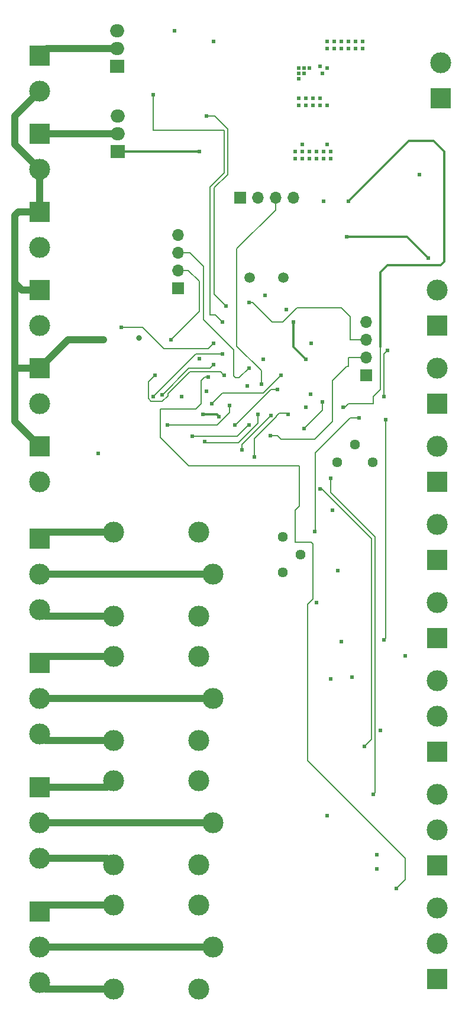
<source format=gbr>
%TF.GenerationSoftware,KiCad,Pcbnew,(6.0.5)*%
%TF.CreationDate,2022-07-22T19:12:55-04:00*%
%TF.ProjectId,LIFFY_KICAD,4c494646-595f-44b4-9943-41442e6b6963,rev?*%
%TF.SameCoordinates,Original*%
%TF.FileFunction,Copper,L4,Bot*%
%TF.FilePolarity,Positive*%
%FSLAX46Y46*%
G04 Gerber Fmt 4.6, Leading zero omitted, Abs format (unit mm)*
G04 Created by KiCad (PCBNEW (6.0.5)) date 2022-07-22 19:12:55*
%MOMM*%
%LPD*%
G01*
G04 APERTURE LIST*
%TA.AperFunction,ComponentPad*%
%ADD10R,3.000000X3.000000*%
%TD*%
%TA.AperFunction,ComponentPad*%
%ADD11C,3.000000*%
%TD*%
%TA.AperFunction,ComponentPad*%
%ADD12C,1.440000*%
%TD*%
%TA.AperFunction,ComponentPad*%
%ADD13R,2.000000X1.905000*%
%TD*%
%TA.AperFunction,ComponentPad*%
%ADD14O,2.000000X1.905000*%
%TD*%
%TA.AperFunction,ComponentPad*%
%ADD15R,1.700000X1.700000*%
%TD*%
%TA.AperFunction,ComponentPad*%
%ADD16O,1.700000X1.700000*%
%TD*%
%TA.AperFunction,ComponentPad*%
%ADD17C,1.500000*%
%TD*%
%TA.AperFunction,ViaPad*%
%ADD18C,0.609600*%
%TD*%
%TA.AperFunction,ViaPad*%
%ADD19C,0.800000*%
%TD*%
%TA.AperFunction,Conductor*%
%ADD20C,1.016000*%
%TD*%
%TA.AperFunction,Conductor*%
%ADD21C,0.203200*%
%TD*%
%TA.AperFunction,Conductor*%
%ADD22C,0.304800*%
%TD*%
G04 APERTURE END LIST*
D10*
%TO.P,J20,1,Pin_1*%
%TO.N,Net-(J20-Pad1)*%
X64516000Y-117856000D03*
D11*
%TO.P,J20,2,Pin_2*%
%TO.N,Net-(J20-Pad2)*%
X64516000Y-122936000D03*
%TO.P,J20,3,Pin_3*%
%TO.N,Net-(J20-Pad3)*%
X64516000Y-128016000D03*
%TD*%
D12*
%TO.P,RV2,1,1*%
%TO.N,+6V*%
X99314000Y-99822000D03*
%TO.P,RV2,2,2*%
%TO.N,Net-(RV2-Pad2)*%
X101854000Y-102362000D03*
%TO.P,RV2,3,3*%
%TO.N,unconnected-(RV2-Pad3)*%
X99314000Y-104902000D03*
%TD*%
D10*
%TO.P,J12,1,Pin_1*%
%TO.N,+12V*%
X64516000Y-64516000D03*
D11*
%TO.P,J12,2,Pin_2*%
%TO.N,Net-(J12-Pad2)*%
X64516000Y-69596000D03*
%TD*%
D12*
%TO.P,RV1,1,1*%
%TO.N,+6V*%
X107178000Y-89159000D03*
%TO.P,RV1,2,2*%
%TO.N,Net-(RV1-Pad2)*%
X109718000Y-86619000D03*
%TO.P,RV1,3,3*%
%TO.N,unconnected-(RV1-Pad3)*%
X112258000Y-89159000D03*
%TD*%
D13*
%TO.P,Q2,1,G*%
%TO.N,Net-(Q2-Pad1)*%
X75692000Y-44704000D03*
D14*
%TO.P,Q2,2,D*%
%TO.N,Net-(J7-Pad1)*%
X75692000Y-42164000D03*
%TO.P,Q2,3,S*%
%TO.N,GND*%
X75692000Y-39624000D03*
%TD*%
D10*
%TO.P,J10,1,Pin_1*%
%TO.N,+12V*%
X64516000Y-86868000D03*
D11*
%TO.P,J10,2,Pin_2*%
%TO.N,Net-(J10-Pad2)*%
X64516000Y-91948000D03*
%TD*%
%TO.P,K1,11*%
%TO.N,Net-(J18-Pad2)*%
X89330000Y-158496000D03*
%TO.P,K1,12*%
%TO.N,Net-(J18-Pad3)*%
X75130000Y-164496000D03*
%TO.P,K1,14*%
%TO.N,Net-(J18-Pad1)*%
X75130000Y-152496000D03*
%TO.P,K1,A1*%
%TO.N,+12V*%
X87330000Y-152496000D03*
%TO.P,K1,A2*%
%TO.N,Net-(K1-PadA2)*%
X87330000Y-164496000D03*
%TD*%
D10*
%TO.P,J1,1,Pin_1*%
%TO.N,GND*%
X121920000Y-37084000D03*
D11*
%TO.P,J1,2,Pin_2*%
%TO.N,+12V*%
X121920000Y-32004000D03*
%TD*%
D10*
%TO.P,J17,1,Pin_1*%
%TO.N,+12V*%
X64516000Y-53340000D03*
D11*
%TO.P,J17,2,Pin_2*%
%TO.N,Net-(J17-Pad2)*%
X64516000Y-58420000D03*
%TD*%
D10*
%TO.P,J5,1,Pin_1*%
%TO.N,GND*%
X121412000Y-163068000D03*
D11*
%TO.P,J5,2,Pin_2*%
%TO.N,/Sensores LIFFY/TEMP_HUM*%
X121412000Y-157988000D03*
%TO.P,J5,3,Pin_3*%
%TO.N,+5V*%
X121412000Y-152908000D03*
%TD*%
D10*
%TO.P,J18,1,Pin_1*%
%TO.N,Net-(J18-Pad1)*%
X64516000Y-153416000D03*
D11*
%TO.P,J18,2,Pin_2*%
%TO.N,Net-(J18-Pad2)*%
X64516000Y-158496000D03*
%TO.P,J18,3,Pin_3*%
%TO.N,Net-(J18-Pad3)*%
X64516000Y-163576000D03*
%TD*%
D15*
%TO.P,J15,1,Pin_1*%
%TO.N,+5V*%
X111252000Y-76708000D03*
D16*
%TO.P,J15,2,Pin_2*%
%TO.N,/Comunic. & Program./RESET_PIN*%
X111252000Y-74168000D03*
%TO.P,J15,3,Pin_3*%
%TO.N,/Comunic. & Program./BKGD_PIN*%
X111252000Y-71628000D03*
%TO.P,J15,4,Pin_4*%
%TO.N,GND*%
X111252000Y-69088000D03*
%TD*%
D10*
%TO.P,J3,1,Pin_1*%
%TO.N,GND*%
X121412000Y-146812000D03*
D11*
%TO.P,J3,2,Pin_2*%
%TO.N,Net-(J3-Pad2)*%
X121412000Y-141732000D03*
%TO.P,J3,3,Pin_3*%
%TO.N,+5V*%
X121412000Y-136652000D03*
%TD*%
D10*
%TO.P,J8,1,Pin_1*%
%TO.N,GND*%
X121412000Y-69596000D03*
D11*
%TO.P,J8,2,Pin_2*%
%TO.N,+5V*%
X121412000Y-64516000D03*
%TD*%
D15*
%TO.P,J21,1,Pin_1*%
%TO.N,+5V*%
X84328000Y-64252000D03*
D16*
%TO.P,J21,2,Pin_2*%
%TO.N,/Comunic. & Program./TX_PIN*%
X84328000Y-61712000D03*
%TO.P,J21,3,Pin_3*%
%TO.N,/Comunic. & Program./RX_PIN*%
X84328000Y-59172000D03*
%TO.P,J21,4,Pin_4*%
%TO.N,GND*%
X84328000Y-56632000D03*
%TD*%
D11*
%TO.P,K4,11*%
%TO.N,Net-(J22-Pad2)*%
X89330000Y-105156000D03*
%TO.P,K4,12*%
%TO.N,Net-(J22-Pad3)*%
X75130000Y-111156000D03*
%TO.P,K4,14*%
%TO.N,Net-(J22-Pad1)*%
X75130000Y-99156000D03*
%TO.P,K4,A1*%
%TO.N,+12V*%
X87330000Y-99156000D03*
%TO.P,K4,A2*%
%TO.N,Net-(K4-PadA2)*%
X87330000Y-111156000D03*
%TD*%
D15*
%TO.P,J16,1,Pin_1*%
%TO.N,+5V*%
X93228000Y-51308000D03*
D16*
%TO.P,J16,2,Pin_2*%
%TO.N,/Comunic. & Program./SDA_PIN*%
X95768000Y-51308000D03*
%TO.P,J16,3,Pin_3*%
%TO.N,/Comunic. & Program./SCL_PIN*%
X98308000Y-51308000D03*
%TO.P,J16,4,Pin_4*%
%TO.N,GND*%
X100848000Y-51308000D03*
%TD*%
D10*
%TO.P,J9,1,Pin_1*%
%TO.N,GND1*%
X121412000Y-103124000D03*
D11*
%TO.P,J9,2,Pin_2*%
%TO.N,Net-(J9-Pad2)*%
X121412000Y-98044000D03*
%TD*%
D10*
%TO.P,J4,1,Pin_1*%
%TO.N,Net-(J4-Pad1)*%
X121412000Y-114300000D03*
D11*
%TO.P,J4,2,Pin_2*%
%TO.N,+5V*%
X121412000Y-109220000D03*
%TD*%
D10*
%TO.P,J11,1,Pin_1*%
%TO.N,+12V*%
X64516000Y-75692000D03*
D11*
%TO.P,J11,2,Pin_2*%
%TO.N,Net-(J11-Pad2)*%
X64516000Y-80772000D03*
%TD*%
D17*
%TO.P,Y1,1,1*%
%TO.N,Net-(C2-Pad2)*%
X94578000Y-62738000D03*
%TO.P,Y1,2,2*%
%TO.N,Net-(C1-Pad2)*%
X99458000Y-62738000D03*
%TD*%
D10*
%TO.P,J14,1,Pin_1*%
%TO.N,GND1*%
X121412000Y-80772000D03*
D11*
%TO.P,J14,2,Pin_2*%
%TO.N,+6V*%
X121412000Y-75692000D03*
%TD*%
D10*
%TO.P,J2,1,Pin_1*%
%TO.N,GND*%
X121412000Y-130556000D03*
D11*
%TO.P,J2,2,Pin_2*%
%TO.N,Net-(J2-Pad2)*%
X121412000Y-125476000D03*
%TO.P,J2,3,Pin_3*%
%TO.N,+5V*%
X121412000Y-120396000D03*
%TD*%
%TO.P,K3,11*%
%TO.N,Net-(J20-Pad2)*%
X89330000Y-122936000D03*
%TO.P,K3,12*%
%TO.N,Net-(J20-Pad3)*%
X75130000Y-128936000D03*
%TO.P,K3,14*%
%TO.N,Net-(J20-Pad1)*%
X75130000Y-116936000D03*
%TO.P,K3,A1*%
%TO.N,+12V*%
X87330000Y-116936000D03*
%TO.P,K3,A2*%
%TO.N,Net-(K3-PadA2)*%
X87330000Y-128936000D03*
%TD*%
D10*
%TO.P,J19,1,Pin_1*%
%TO.N,Net-(J19-Pad1)*%
X64516000Y-135636000D03*
D11*
%TO.P,J19,2,Pin_2*%
%TO.N,Net-(J19-Pad2)*%
X64516000Y-140716000D03*
%TO.P,J19,3,Pin_3*%
%TO.N,Net-(J19-Pad3)*%
X64516000Y-145796000D03*
%TD*%
D13*
%TO.P,Q1,1,G*%
%TO.N,Net-(Q1-Pad1)*%
X75621000Y-32512000D03*
D14*
%TO.P,Q1,2,D*%
%TO.N,Net-(J13-Pad1)*%
X75621000Y-29972000D03*
%TO.P,Q1,3,S*%
%TO.N,GND*%
X75621000Y-27432000D03*
%TD*%
D10*
%TO.P,J22,1,Pin_1*%
%TO.N,Net-(J22-Pad1)*%
X64516000Y-100076000D03*
D11*
%TO.P,J22,2,Pin_2*%
%TO.N,Net-(J22-Pad2)*%
X64516000Y-105156000D03*
%TO.P,J22,3,Pin_3*%
%TO.N,Net-(J22-Pad3)*%
X64516000Y-110236000D03*
%TD*%
D10*
%TO.P,J7,1,Pin_1*%
%TO.N,Net-(J7-Pad1)*%
X64516000Y-42164000D03*
D11*
%TO.P,J7,2,Pin_2*%
%TO.N,+12V*%
X64516000Y-47244000D03*
%TD*%
%TO.P,K2,11*%
%TO.N,Net-(J19-Pad2)*%
X89330000Y-140716000D03*
%TO.P,K2,12*%
%TO.N,Net-(J19-Pad3)*%
X75130000Y-146716000D03*
%TO.P,K2,14*%
%TO.N,Net-(J19-Pad1)*%
X75130000Y-134716000D03*
%TO.P,K2,A1*%
%TO.N,+12V*%
X87330000Y-134716000D03*
%TO.P,K2,A2*%
%TO.N,Net-(K2-PadA2)*%
X87330000Y-146716000D03*
%TD*%
D10*
%TO.P,J13,1,Pin_1*%
%TO.N,Net-(J13-Pad1)*%
X64516000Y-30988000D03*
D11*
%TO.P,J13,2,Pin_2*%
%TO.N,+12V*%
X64516000Y-36068000D03*
%TD*%
D10*
%TO.P,J6,1,Pin_1*%
%TO.N,GND1*%
X121412000Y-91948000D03*
D11*
%TO.P,J6,2,Pin_2*%
%TO.N,Net-(J6-Pad2)*%
X121412000Y-86868000D03*
%TD*%
D18*
%TO.N,+12V*%
X73660000Y-71628000D03*
X83820000Y-27432000D03*
%TO.N,/Sensores LIFFY/TDS_DATA*%
X112268000Y-136652000D03*
X106172000Y-91440000D03*
%TO.N,+5V*%
X102616000Y-38100000D03*
X112776000Y-145288000D03*
X103632000Y-38100000D03*
X101600000Y-38100000D03*
X109220000Y-119888000D03*
X105156000Y-51816000D03*
X104648000Y-37084000D03*
X107188000Y-104648000D03*
X107696000Y-114808000D03*
X102616000Y-37084000D03*
X104648000Y-38100000D03*
X101600000Y-37084000D03*
X114300000Y-73152000D03*
X103632000Y-37084000D03*
X84836000Y-79756000D03*
X105664000Y-38100000D03*
X113792000Y-79756000D03*
%TO.N,GND*%
X106172000Y-45720000D03*
X107696000Y-29972000D03*
X103300900Y-79388802D03*
X96774000Y-65278000D03*
X109728000Y-29972000D03*
X104140000Y-45720000D03*
X96520000Y-74422000D03*
X116840000Y-116840000D03*
X88392000Y-78994000D03*
X102108000Y-44704000D03*
X105664000Y-29972000D03*
X109728000Y-28956000D03*
X106680000Y-29972000D03*
D19*
X78740000Y-71374000D03*
D18*
X105156000Y-45720000D03*
X102108000Y-43688000D03*
X89408000Y-28956000D03*
X105156000Y-44704000D03*
X104140000Y-109220000D03*
X99822000Y-67310000D03*
X104140000Y-44704000D03*
X101092000Y-45720000D03*
X102616000Y-81280000D03*
X101092000Y-44704000D03*
X112776000Y-147320000D03*
X105664000Y-139700000D03*
X108712000Y-28956000D03*
X107696000Y-28956000D03*
X103124000Y-45720000D03*
X113284000Y-127508000D03*
X87376000Y-74319900D03*
X118872000Y-48006000D03*
X103124000Y-44704000D03*
X110744000Y-29972000D03*
X106172000Y-44704000D03*
X110744000Y-28956000D03*
X106172000Y-120142000D03*
X103378000Y-72136000D03*
X102108000Y-45720000D03*
X106680000Y-28956000D03*
X72898000Y-87884000D03*
X106426000Y-96012000D03*
X94234000Y-78232000D03*
X108712000Y-29972000D03*
X105664000Y-28956000D03*
X105664000Y-43688000D03*
%TO.N,/Sensores LIFFY/pH_DATA*%
X102362000Y-84328000D03*
X105004100Y-80518000D03*
%TO.N,/Sensores LIFFY/LDR_DATA*%
X104648000Y-92964000D03*
X110998000Y-129794000D03*
%TO.N,/Sensores LIFFY/LV2*%
X114046000Y-83058000D03*
X113792000Y-114554000D03*
%TO.N,/Sensores LIFFY/LV1*%
X110236000Y-82804000D03*
X103886000Y-99060000D03*
%TO.N,/Fuente Conmutada 5V/SW*%
X104648000Y-32512000D03*
X105664000Y-32766000D03*
X102362000Y-33528000D03*
X102362000Y-32766000D03*
X105007000Y-33485000D03*
X101600000Y-34290000D03*
X103124000Y-32766000D03*
X101600000Y-33528000D03*
X101600000Y-32766000D03*
%TO.N,/Motor Drivers/PW_MOTOR1*%
X80771989Y-79756000D03*
X90678000Y-73660000D03*
%TO.N,/Motor Drivers/PW_MOTOR2*%
X76200000Y-69850000D03*
X89408000Y-72136000D03*
%TO.N,/Motor Drivers/MOTOR1*%
X82106024Y-79489857D03*
X89408000Y-75184000D03*
%TO.N,/Motor Drivers/MOTOR2*%
X90932000Y-76650291D03*
X81026000Y-76685470D03*
%TO.N,Net-(Q2-Pad1)*%
X87376000Y-44704000D03*
%TO.N,/Sensores LIFFY/TEMP_HUM*%
X88646000Y-76962000D03*
X115570000Y-150114000D03*
%TO.N,/Comunic. & Program./TX_PIN*%
X83312000Y-71628000D03*
X82804000Y-83820000D03*
X91694000Y-81026000D03*
%TO.N,/Comunic. & Program./RX_PIN*%
X94488000Y-75692000D03*
%TO.N,/Comunic. & Program./SCL_PIN*%
X96266000Y-77978000D03*
%TO.N,/Comunic. & Program./RESET_PIN*%
X92456000Y-83820000D03*
X97536000Y-85344000D03*
X98552000Y-78740000D03*
%TO.N,/4 Relays/RELE1*%
X88138000Y-86208100D03*
X95758000Y-82296000D03*
%TO.N,/4 Relays/RELE2*%
X97646381Y-82457761D03*
X93472000Y-87376000D03*
%TO.N,/4 Relays/RELE3*%
X86360000Y-85401709D03*
X94488000Y-83820000D03*
%TO.N,/4 Relays/RELE4*%
X95250000Y-88392000D03*
X100076000Y-82296000D03*
%TO.N,/DIPSWITCHES/DIP1*%
X120142000Y-59944000D03*
X108458000Y-56896000D03*
%TO.N,/DIPSWITCHES/DIP2*%
X102616000Y-74422000D03*
X100838000Y-69088000D03*
%TO.N,/DIPSWITCHES/DIP3*%
X108712000Y-51816000D03*
X107956909Y-81280000D03*
%TO.N,/Comunic. & Program./BKGD_PIN*%
X94488000Y-66294000D03*
%TO.N,/Driver MOSFET para PWM 2 Outputs/PWM_R*%
X91186000Y-66802000D03*
X88392000Y-39624000D03*
%TO.N,/Driver MOSFET para PWM 2 Outputs/PWM_A*%
X80772000Y-36576000D03*
X90678000Y-69088000D03*
%TO.N,Net-(C7-Pad2)*%
X99060000Y-76708000D03*
X89154000Y-80772000D03*
X87884000Y-82296000D03*
X90211380Y-82591380D03*
%TD*%
D20*
%TO.N,+12V*%
X64516000Y-47244000D02*
X60960000Y-43688000D01*
X61976000Y-64516000D02*
X64516000Y-64516000D01*
X68580000Y-71628000D02*
X73660000Y-71628000D01*
X64516000Y-53340000D02*
X61468000Y-53340000D01*
X60960000Y-63500000D02*
X61976000Y-64516000D01*
X60960000Y-53848000D02*
X60960000Y-63500000D01*
X66929000Y-73279000D02*
X68580000Y-71628000D01*
X60960000Y-43688000D02*
X60960000Y-39624000D01*
X60960000Y-39624000D02*
X64516000Y-36068000D01*
X60960000Y-83312000D02*
X60960000Y-75692000D01*
X64516000Y-75692000D02*
X60960000Y-75692000D01*
X61468000Y-53340000D02*
X60960000Y-53848000D01*
X64516000Y-53340000D02*
X64516000Y-47244000D01*
X64516000Y-86868000D02*
X60960000Y-83312000D01*
X60960000Y-75692000D02*
X60960000Y-63500000D01*
X66929000Y-73279000D02*
X64516000Y-75692000D01*
D21*
%TO.N,/Sensores LIFFY/TDS_DATA*%
X106172000Y-93472000D02*
X112522000Y-99822000D01*
X112522000Y-99822000D02*
X112522000Y-136398000D01*
X112522000Y-136398000D02*
X112268000Y-136652000D01*
X106172000Y-91440000D02*
X106172000Y-93472000D01*
%TO.N,+5V*%
X113792000Y-73660000D02*
X113792000Y-79756000D01*
X114300000Y-73152000D02*
X113792000Y-73660000D01*
%TO.N,/Sensores LIFFY/pH_DATA*%
X105004100Y-80518000D02*
X105004100Y-81685900D01*
X105004100Y-81685900D02*
X102362000Y-84328000D01*
%TO.N,/Sensores LIFFY/LDR_DATA*%
X104902000Y-92964000D02*
X104648000Y-92964000D01*
X110998000Y-129794000D02*
X112014000Y-128778000D01*
X112014000Y-100076000D02*
X104902000Y-92964000D01*
X112014000Y-128778000D02*
X112014000Y-100076000D01*
%TO.N,/Sensores LIFFY/LV2*%
X114046000Y-83058000D02*
X114046000Y-114300000D01*
X114046000Y-114300000D02*
X113792000Y-114554000D01*
%TO.N,/Sensores LIFFY/LV1*%
X103988089Y-98957911D02*
X103886000Y-99060000D01*
X103988089Y-87781911D02*
X103988089Y-98957911D01*
X110236000Y-82804000D02*
X108966000Y-82804000D01*
X108966000Y-82804000D02*
X103988089Y-87781911D01*
%TO.N,/Motor Drivers/PW_MOTOR1*%
X86868000Y-73660000D02*
X90678000Y-73660000D01*
X80772000Y-79756000D02*
X86868000Y-73660000D01*
X80771989Y-79756000D02*
X80772000Y-79756000D01*
%TO.N,/Motor Drivers/PW_MOTOR2*%
X88639100Y-72904900D02*
X89408000Y-72136000D01*
X79248000Y-69850000D02*
X82302900Y-72904900D01*
X82302900Y-72904900D02*
X88639100Y-72904900D01*
X76200000Y-69850000D02*
X79248000Y-69850000D01*
D20*
%TO.N,Net-(J19-Pad2)*%
X64516000Y-140716000D02*
X89329997Y-140716000D01*
D21*
%TO.N,/Motor Drivers/MOTOR1*%
X88900000Y-75692000D02*
X85903874Y-75692000D01*
X89408000Y-75184000D02*
X88900000Y-75692000D01*
X85903874Y-75692000D02*
X82067937Y-79527937D01*
%TO.N,/Motor Drivers/MOTOR2*%
X80112089Y-77599381D02*
X81026000Y-76685470D01*
X80498655Y-80415911D02*
X80112089Y-80029345D01*
X82898887Y-79630235D02*
X82113211Y-80415911D01*
X90874291Y-76650291D02*
X90424000Y-76200000D01*
X82898887Y-79342887D02*
X82898887Y-79630235D01*
X90424000Y-76200000D02*
X86041774Y-76200000D01*
X80112089Y-80029345D02*
X80112089Y-77599381D01*
X90932000Y-76650291D02*
X90874291Y-76650291D01*
X86041774Y-76200000D02*
X82898887Y-79342887D01*
X82113211Y-80415911D02*
X80498655Y-80415911D01*
D22*
%TO.N,Net-(Q2-Pad1)*%
X86172000Y-44704000D02*
X87376000Y-44704000D01*
X86172000Y-44704000D02*
X75692000Y-44704000D01*
D21*
%TO.N,/Sensores LIFFY/TEMP_HUM*%
X116840000Y-148844000D02*
X115570000Y-150114000D01*
X87630000Y-77470000D02*
X87630000Y-80772000D01*
X101702089Y-89662000D02*
X101702089Y-95401911D01*
X81788000Y-85598000D02*
X85852000Y-89662000D01*
X103632000Y-108712000D02*
X102870000Y-109474000D01*
X101092000Y-96012000D02*
X101092000Y-100584000D01*
X116840000Y-145796000D02*
X116840000Y-148844000D01*
X103632000Y-100838000D02*
X103632000Y-108712000D01*
X101092000Y-100584000D02*
X103378000Y-100584000D01*
X87630000Y-80772000D02*
X86868000Y-81534000D01*
X102870000Y-131826000D02*
X116840000Y-145796000D01*
X85852000Y-89662000D02*
X101702089Y-89662000D01*
X102870000Y-109474000D02*
X102870000Y-131826000D01*
X81788000Y-81534000D02*
X81788000Y-85598000D01*
X86868000Y-81534000D02*
X81788000Y-81534000D01*
X88138000Y-76962000D02*
X87630000Y-77470000D01*
X88646000Y-76962000D02*
X88138000Y-76962000D01*
X101702089Y-95401911D02*
X101092000Y-96012000D01*
X103378000Y-100584000D02*
X103632000Y-100838000D01*
%TO.N,/Comunic. & Program./TX_PIN*%
X83312000Y-71628000D02*
X87376000Y-67564000D01*
X91694000Y-82042000D02*
X89916000Y-83820000D01*
X91694000Y-81026000D02*
X91694000Y-82042000D01*
X89916000Y-83820000D02*
X82804000Y-83820000D01*
X87376000Y-67564000D02*
X87376000Y-63246000D01*
X85842000Y-61712000D02*
X84328000Y-61712000D01*
X87376000Y-63246000D02*
X85842000Y-61712000D01*
%TO.N,/Comunic. & Program./RX_PIN*%
X92322230Y-73018230D02*
X88035911Y-68731911D01*
X93117586Y-77062414D02*
X92589771Y-77062414D01*
X86096000Y-59172000D02*
X84328000Y-59172000D01*
X92322230Y-76794873D02*
X92322230Y-73018230D01*
X92589771Y-77062414D02*
X92322230Y-76794873D01*
X88035911Y-68731911D02*
X88035911Y-61111911D01*
X88035911Y-61111911D02*
X86096000Y-59172000D01*
X94488000Y-75692000D02*
X93117586Y-77062414D01*
%TO.N,/Comunic. & Program./SCL_PIN*%
X98308000Y-53076000D02*
X98308000Y-51308000D01*
X96266000Y-77978000D02*
X96266000Y-76028744D01*
X96266000Y-76028744D02*
X92778950Y-72541694D01*
X92778950Y-72541694D02*
X92778950Y-58605050D01*
X92778950Y-58605050D02*
X98308000Y-53076000D01*
%TO.N,/Comunic. & Program./RESET_PIN*%
X103886000Y-85852000D02*
X106426000Y-83312000D01*
X92593900Y-83820000D02*
X97673900Y-78740000D01*
X106426000Y-77470000D02*
X108458000Y-75438000D01*
X99060000Y-85852000D02*
X103886000Y-85852000D01*
X108712000Y-75438000D02*
X108712000Y-74168000D01*
X97536000Y-85344000D02*
X98552000Y-85344000D01*
X108458000Y-75438000D02*
X108712000Y-75438000D01*
X98552000Y-85344000D02*
X99060000Y-85852000D01*
X97673900Y-78740000D02*
X98552000Y-78740000D01*
X108712000Y-74168000D02*
X111252000Y-74168000D01*
X92456000Y-83820000D02*
X92593900Y-83820000D01*
X106426000Y-83312000D02*
X106426000Y-77470000D01*
D20*
%TO.N,Net-(J22-Pad2)*%
X64516000Y-105156000D02*
X89330000Y-105156000D01*
D21*
%TO.N,/4 Relays/RELE1*%
X95758000Y-82296000D02*
X95758000Y-83566000D01*
X88289900Y-86360000D02*
X88138000Y-86208100D01*
X95758000Y-83566000D02*
X92964000Y-86360000D01*
X92964000Y-86360000D02*
X88289900Y-86360000D01*
%TO.N,/4 Relays/RELE2*%
X93472000Y-86607091D02*
X93497051Y-86607091D01*
X93497051Y-86607091D02*
X97646381Y-82457761D01*
X93472000Y-87376000D02*
X93472000Y-86607091D01*
D20*
%TO.N,Net-(J19-Pad1)*%
X64516000Y-135636000D02*
X74210000Y-135636000D01*
X74210000Y-135636000D02*
X75130000Y-134716000D01*
%TO.N,Net-(J19-Pad3)*%
X64516000Y-145796000D02*
X74210000Y-145796000D01*
X74210000Y-145796000D02*
X75130000Y-146716000D01*
D21*
%TO.N,/4 Relays/RELE3*%
X92854429Y-85401697D02*
X86360000Y-85401697D01*
X94488000Y-83820000D02*
X94436126Y-83820000D01*
X94436126Y-83820000D02*
X92854429Y-85401697D01*
%TO.N,/4 Relays/RELE4*%
X98400089Y-82530655D02*
X98804367Y-82126377D01*
X95250000Y-85787382D02*
X98400089Y-82637293D01*
X98400089Y-82637293D02*
X98400089Y-82530655D01*
X95250000Y-88392000D02*
X95250000Y-85787382D01*
X98804367Y-82126377D02*
X99906377Y-82126377D01*
X99906377Y-82126377D02*
X100076000Y-82296000D01*
D22*
%TO.N,/DIPSWITCHES/DIP1*%
X117094000Y-56896000D02*
X120142000Y-59944000D01*
X108458000Y-56896000D02*
X117094000Y-56896000D01*
%TO.N,/DIPSWITCHES/DIP2*%
X100838000Y-72644000D02*
X102616000Y-74422000D01*
X100838000Y-69088000D02*
X100838000Y-72644000D01*
D21*
%TO.N,/DIPSWITCHES/DIP3*%
X108204000Y-81280000D02*
X107956900Y-81280000D01*
X112268000Y-79756000D02*
X112268000Y-80772000D01*
X108712000Y-80772000D02*
X108204000Y-81280000D01*
X113284000Y-78740000D02*
X112776000Y-79248000D01*
X113284000Y-77724000D02*
X113284000Y-78740000D01*
D22*
X120904000Y-43180000D02*
X122428000Y-44704000D01*
X122428000Y-60452000D02*
X121920000Y-60960000D01*
D21*
X112268000Y-80772000D02*
X108712000Y-80772000D01*
X112776000Y-79248000D02*
X112268000Y-79756000D01*
D22*
X108712000Y-51816000D02*
X117348000Y-43180000D01*
X114300000Y-60960000D02*
X113284000Y-61976000D01*
X121920000Y-60960000D02*
X114300000Y-60960000D01*
X117348000Y-43180000D02*
X120904000Y-43180000D01*
X113284000Y-61976000D02*
X113284000Y-72644000D01*
D21*
X113284000Y-72644000D02*
X113284000Y-77724000D01*
D22*
X122428000Y-44704000D02*
X122428000Y-60452000D01*
D21*
%TO.N,/Comunic. & Program./BKGD_PIN*%
X108966000Y-71628000D02*
X111252000Y-71628000D01*
X101346000Y-67056000D02*
X107696000Y-67056000D01*
X97790000Y-69088000D02*
X99314000Y-69088000D01*
X94996000Y-66294000D02*
X97790000Y-69088000D01*
X99314000Y-69088000D02*
X101346000Y-67056000D01*
X107696000Y-67056000D02*
X108966000Y-68326000D01*
X94488000Y-66294000D02*
X94996000Y-66294000D01*
X108966000Y-68326000D02*
X108966000Y-71628000D01*
%TO.N,/Driver MOSFET para PWM 2 Outputs/PWM_R*%
X91439520Y-47962222D02*
X91439520Y-41445779D01*
X91186000Y-66802000D02*
X89512871Y-65128871D01*
X89512871Y-49888871D02*
X91439520Y-47962222D01*
X91439520Y-41445779D02*
X89617741Y-39624000D01*
X89617741Y-39624000D02*
X88392000Y-39624000D01*
X89512871Y-65128871D02*
X89512871Y-49888871D01*
%TO.N,/Driver MOSFET para PWM 2 Outputs/PWM_A*%
X90932000Y-47752000D02*
X88900000Y-49784000D01*
X88900000Y-68072000D02*
X89662000Y-68072000D01*
X80772000Y-36576000D02*
X80772000Y-41656000D01*
X80772000Y-41656000D02*
X90932000Y-41656000D01*
X88900000Y-49784000D02*
X88900000Y-68072000D01*
X90932000Y-41656000D02*
X90932000Y-47752000D01*
X89662000Y-68072000D02*
X90678000Y-69088000D01*
D20*
%TO.N,Net-(J7-Pad1)*%
X75692000Y-42164000D02*
X64516000Y-42164000D01*
%TO.N,Net-(J13-Pad1)*%
X65532000Y-29972000D02*
X64516000Y-30988000D01*
X75621000Y-29972000D02*
X65532000Y-29972000D01*
%TO.N,Net-(J18-Pad1)*%
X75130000Y-152496000D02*
X65436000Y-152496000D01*
X65436000Y-152496000D02*
X64516000Y-153416000D01*
%TO.N,Net-(J18-Pad2)*%
X64516000Y-158496000D02*
X89329997Y-158496000D01*
%TO.N,Net-(J18-Pad3)*%
X75130000Y-164496000D02*
X65436000Y-164496000D01*
X65436000Y-164496000D02*
X64516000Y-163576000D01*
%TO.N,Net-(J20-Pad1)*%
X65436000Y-116936000D02*
X64516000Y-117856000D01*
X75130000Y-116936000D02*
X65436000Y-116936000D01*
%TO.N,Net-(J20-Pad2)*%
X64516000Y-122936000D02*
X89330000Y-122936000D01*
%TO.N,Net-(J20-Pad3)*%
X65436000Y-128936000D02*
X64516000Y-128016000D01*
X75130000Y-128936000D02*
X65436000Y-128936000D01*
%TO.N,Net-(J22-Pad1)*%
X75130000Y-99156000D02*
X65436000Y-99156000D01*
X65436000Y-99156000D02*
X64516000Y-100076000D01*
%TO.N,Net-(J22-Pad3)*%
X75130000Y-111156000D02*
X65436000Y-111156000D01*
X65436000Y-111156000D02*
X64516000Y-110236000D01*
D21*
%TO.N,Net-(C7-Pad2)*%
X90678000Y-79248000D02*
X96520000Y-79248000D01*
X96520000Y-79248000D02*
X99060000Y-76708000D01*
D22*
X90211380Y-82591380D02*
X89916000Y-82296000D01*
D21*
X89154000Y-80772000D02*
X90678000Y-79248000D01*
D22*
X89916000Y-82296000D02*
X87884000Y-82296000D01*
%TD*%
M02*

</source>
